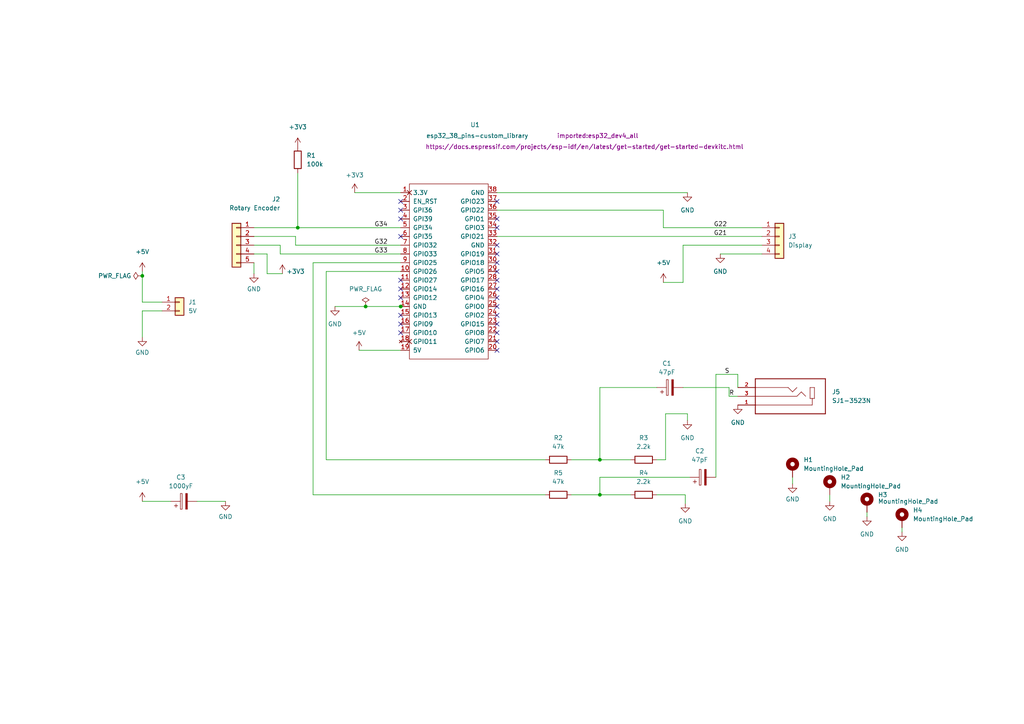
<source format=kicad_sch>
(kicad_sch (version 20211123) (generator eeschema)
  (paper "A4")
  (lib_symbols
    (symbol "Connector_Generic:Conn_01x02" (pin_names (offset 1.016) hide)
      (property "Reference" "J" (at 0 2.54 0))
      (property "Value" "Conn_01x02" (at 0 -5.08 0))
      (symbol "Conn_01x02_1_1"
        (rectangle (start -1.27 -2.413) (end 0 -2.667) (stroke (width 0.1524)))
        (rectangle (start -1.27 0.127) (end 0 -0.127) (stroke (width 0.1524)))
        (rectangle (start -1.27 1.27) (end 1.27 -3.81) (stroke (width 0.254)) (fill (type background)))
        (pin passive line (at -5.08 0 0) (length 3.81) (name "Pin_1") (number "1"))
        (pin passive line (at -5.08 -2.54 0) (length 3.81) (name "Pin_2") (number "2"))
      )
    )
    (symbol "Connector_Generic:Conn_01x04" (pin_names (offset 1.016) hide)
      (property "Reference" "J" (at 0 5.08 0))
      (property "Value" "Conn_01x04" (at 0 -7.62 0))
      (symbol "Conn_01x04_1_1"
        (rectangle (start -1.27 -4.953) (end 0 -5.207) (stroke (width 0.1524)))
        (rectangle (start -1.27 -2.413) (end 0 -2.667) (stroke (width 0.1524)))
        (rectangle (start -1.27 0.127) (end 0 -0.127) (stroke (width 0.1524)))
        (rectangle (start -1.27 2.667) (end 0 2.413) (stroke (width 0.1524)))
        (rectangle (start -1.27 3.81) (end 1.27 -6.35) (stroke (width 0.254)) (fill (type background)))
        (pin passive line (at -5.08 2.54 0) (length 3.81) (name "Pin_1") (number "1"))
        (pin passive line (at -5.08 0 0) (length 3.81) (name "Pin_2") (number "2"))
        (pin passive line (at -5.08 -2.54 0) (length 3.81) (name "Pin_3") (number "3"))
        (pin passive line (at -5.08 -5.08 0) (length 3.81) (name "Pin_4") (number "4"))
      )
    )
    (symbol "Connector_Generic:Conn_01x05" (pin_names (offset 1.016) hide)
      (property "Reference" "J" (at 0 7.62 0))
      (property "Value" "Conn_01x05" (at 0 -7.62 0))
      (symbol "Conn_01x05_1_1"
        (rectangle (start -1.27 -4.953) (end 0 -5.207) (stroke (width 0.1524)))
        (rectangle (start -1.27 -2.413) (end 0 -2.667) (stroke (width 0.1524)))
        (rectangle (start -1.27 0.127) (end 0 -0.127) (stroke (width 0.1524)))
        (rectangle (start -1.27 2.667) (end 0 2.413) (stroke (width 0.1524)))
        (rectangle (start -1.27 5.207) (end 0 4.953) (stroke (width 0.1524)))
        (rectangle (start -1.27 6.35) (end 1.27 -6.35) (stroke (width 0.254)) (fill (type background)))
        (pin passive line (at -5.08 5.08 0) (length 3.81) (name "Pin_1") (number "1"))
        (pin passive line (at -5.08 2.54 0) (length 3.81) (name "Pin_2") (number "2"))
        (pin passive line (at -5.08 0 0) (length 3.81) (name "Pin_3") (number "3"))
        (pin passive line (at -5.08 -2.54 0) (length 3.81) (name "Pin_4") (number "4"))
        (pin passive line (at -5.08 -5.08 0) (length 3.81) (name "Pin_5") (number "5"))
      )
    )
    (symbol "Device:C_Polarized" (pin_numbers hide) (pin_names (offset 0.254))
      (property "Reference" "C" (at 0.635 2.54 0))
      (property "Value" "C_Polarized" (at 0.635 -2.54 0))
      (symbol "C_Polarized_0_1"
        (rectangle (start -2.286 0.508) (end 2.286 1.016))
        (polyline (pts (xy -1.778 2.286) (xy -0.762 2.286)))
        (polyline (pts (xy -1.27 2.794) (xy -1.27 1.778)))
        (rectangle (start 2.286 -0.508) (end -2.286 -1.016) (fill (type outline)))
      )
      (symbol "C_Polarized_1_1"
        (pin passive line (at 0 3.81 270) (length 2.794) (name "~") (number "1"))
        (pin passive line (at 0 -3.81 90) (length 2.794) (name "~") (number "2"))
      )
    )
    (symbol "Device:R" (pin_numbers hide) (pin_names (offset 0))
      (property "Reference" "R" (at 2.032 0 90))
      (property "Value" "R" (at 0 0 90))
      (symbol "R_0_1"
        (rectangle (start -1.016 -2.54) (end 1.016 2.54) (stroke (width 0.254)))
      )
      (symbol "R_1_1"
        (pin passive line (at 0 3.81 270) (length 1.27) (name "~") (number "1"))
        (pin passive line (at 0 -3.81 90) (length 1.27) (name "~") (number "2"))
      )
    )
    (symbol "Mechanical:MountingHole_Pad" (pin_numbers hide) (pin_names (offset 1.016) hide)
      (property "Reference" "H" (at 0 6.35 0))
      (property "Value" "MountingHole_Pad" (at 0 4.445 0))
      (symbol "MountingHole_Pad_0_1"
        (circle (center 0 1.27) (radius 1.27) (stroke (width 1.27)))
      )
      (symbol "MountingHole_Pad_1_1"
        (pin input line (at 0 -2.54 90) (length 2.54) (name "1") (number "1"))
      )
    )
    (symbol "imported:SJ1-3523N" (pin_names (offset 1.016) hide)
      (property "Reference" "J" (at -10.16 7.62 0))
      (property "Value" "SJ1-3523N" (at -10.16 -10.16 0))
      (symbol "SJ1-3523N_0_0"
        (polyline (pts (xy -10.16 -5.08) (xy 10.16 -5.08)) (stroke (width 0.254)))
        (polyline (pts (xy -10.16 5.08) (xy -10.16 -5.08)) (stroke (width 0.254)))
        (polyline (pts (xy -6.985 -2.54) (xy -6.985 0.635)) (stroke (width 0.1524)))
        (polyline (pts (xy -6.985 0.635) (xy -6.35 0.635)) (stroke (width 0.1524)))
        (polyline (pts (xy -6.35 0.635) (xy -5.715 0.635)) (stroke (width 0.1524)))
        (polyline (pts (xy -6.35 2.54) (xy -6.35 0.635)) (stroke (width 0.1524)))
        (polyline (pts (xy -5.715 -2.54) (xy -6.985 -2.54)) (stroke (width 0.1524)))
        (polyline (pts (xy -5.715 0.635) (xy -5.715 -2.54)) (stroke (width 0.1524)))
        (polyline (pts (xy -3.175 -1.27) (xy -4.445 0)) (stroke (width 0.1524)))
        (polyline (pts (xy -1.905 0) (xy -3.175 -1.27)) (stroke (width 0.1524)))
        (polyline (pts (xy -0.635 -1.27) (xy -1.905 -2.54)) (stroke (width 0.1524)))
        (polyline (pts (xy 0.635 -2.54) (xy -0.635 -1.27)) (stroke (width 0.1524)))
        (polyline (pts (xy 10.16 -5.08) (xy 10.16 -2.54)) (stroke (width 0.254)))
        (polyline (pts (xy 10.16 -2.54) (xy 0.635 -2.54)) (stroke (width 0.1524)))
        (polyline (pts (xy 10.16 -2.54) (xy 10.16 0)) (stroke (width 0.254)))
        (polyline (pts (xy 10.16 0) (xy -1.905 0)) (stroke (width 0.1524)))
        (polyline (pts (xy 10.16 0) (xy 10.16 2.54)) (stroke (width 0.254)))
        (polyline (pts (xy 10.16 2.54) (xy -6.35 2.54)) (stroke (width 0.1524)))
        (polyline (pts (xy 10.16 2.54) (xy 10.16 5.08)) (stroke (width 0.254)))
        (polyline (pts (xy 10.16 5.08) (xy -10.16 5.08)) (stroke (width 0.254)))
        (pin passive line (at 15.24 2.54 180) (length 5.08) (name "~") (number "1"))
        (pin passive line (at 15.24 -2.54 180) (length 5.08) (name "~") (number "2"))
        (pin passive line (at 15.24 0 180) (length 5.08) (name "~") (number "3"))
      )
    )
    (symbol "imported:esp32_38_pins-custom_library" (pin_names (offset 1.016))
      (property "Reference" "U" (at -1.27 8.89 0))
      (property "Value" "esp32_38_pins-custom_library" (at 12.7 -44.45 0))
      (property "Footprint" "esp32_lora_v2:esp32_devkitv4_38pin" (at 10.16 -45.72 0))
      (property "Datasheet" "https://docs.espressif.com/projects/esp-idf/en/latest/get-started/get-started-devkitc.html" (at 0 0 0))
      (symbol "esp32_38_pins-custom_library_0_1"
        (rectangle (start -2.54 7.62) (end 20.32 -43.18))
      )
      (symbol "esp32_38_pins-custom_library_1_1"
        (pin power_out non_logic (at -5.08 5.08 0) (length 2.54) (name "3.3V") (number "1"))
        (pin bidirectional line (at -5.08 -17.78 0) (length 2.54) (name "GPIO26") (number "10"))
        (pin bidirectional line (at -5.08 -20.32 0) (length 2.54) (name "GPIO27") (number "11"))
        (pin bidirectional line (at -5.08 -22.86 0) (length 2.54) (name "GPIO14") (number "12"))
        (pin bidirectional line (at -5.08 -25.4 0) (length 2.54) (name "GPIO12") (number "13"))
        (pin power_in line (at -5.08 -27.94 0) (length 2.54) (name "GND") (number "14"))
        (pin bidirectional line (at -5.08 -30.48 0) (length 2.54) (name "GPIO13") (number "15"))
        (pin bidirectional line (at -5.08 -33.02 0) (length 2.54) (name "GPIO9") (number "16"))
        (pin bidirectional line (at -5.08 -35.56 0) (length 2.54) (name "GPIO10") (number "17"))
        (pin no_connect non_logic (at -5.08 -38.1 0) (length 2.54) (name "GPIO11") (number "18"))
        (pin power_in line (at -5.08 -40.64 0) (length 2.54) (name "5V") (number "19"))
        (pin bidirectional line (at -5.08 2.54 0) (length 2.54) (name "EN_RST") (number "2"))
        (pin bidirectional line (at 22.86 -40.64 180) (length 2.54) (name "GPIO6") (number "20"))
        (pin bidirectional line (at 22.86 -38.1 180) (length 2.54) (name "GPIO7") (number "21"))
        (pin bidirectional line (at 22.86 -35.56 180) (length 2.54) (name "GPIO8") (number "22"))
        (pin bidirectional line (at 22.86 -33.02 180) (length 2.54) (name "GPIO15") (number "23"))
        (pin bidirectional line (at 22.86 -30.48 180) (length 2.54) (name "GPIO2") (number "24"))
        (pin bidirectional line (at 22.86 -27.94 180) (length 2.54) (name "GPIO0") (number "25"))
        (pin bidirectional line (at 22.86 -25.4 180) (length 2.54) (name "GPIO4") (number "26"))
        (pin bidirectional line (at 22.86 -22.86 180) (length 2.54) (name "GPIO16") (number "27"))
        (pin bidirectional line (at 22.86 -20.32 180) (length 2.54) (name "GPIO17") (number "28"))
        (pin bidirectional line (at 22.86 -17.78 180) (length 2.54) (name "GPIO5") (number "29"))
        (pin input line (at -5.08 0 0) (length 2.54) (name "GPI36") (number "3"))
        (pin bidirectional line (at 22.86 -15.24 180) (length 2.54) (name "GPIO18") (number "30"))
        (pin bidirectional line (at 22.86 -12.7 180) (length 2.54) (name "GPIO19") (number "31"))
        (pin tri_state line (at 22.86 -10.16 180) (length 2.54) (name "GND") (number "32"))
        (pin bidirectional line (at 22.86 -7.62 180) (length 2.54) (name "GPIO21") (number "33"))
        (pin bidirectional line (at 22.86 -5.08 180) (length 2.54) (name "GPIO3") (number "34"))
        (pin bidirectional line (at 22.86 -2.54 180) (length 2.54) (name "GPIO1") (number "35"))
        (pin bidirectional line (at 22.86 0 180) (length 2.54) (name "GPIO22") (number "36"))
        (pin bidirectional line (at 22.86 2.54 180) (length 2.54) (name "GPIO23") (number "37"))
        (pin passive line (at 22.86 5.08 180) (length 2.54) (name "GND") (number "38"))
        (pin input line (at -5.08 -2.54 0) (length 2.54) (name "GPI39") (number "4"))
        (pin input line (at -5.08 -5.08 0) (length 2.54) (name "GPI34") (number "5"))
        (pin input line (at -5.08 -7.62 0) (length 2.54) (name "GPI35") (number "6"))
        (pin bidirectional line (at -5.08 -10.16 0) (length 2.54) (name "GPIO32") (number "7"))
        (pin bidirectional line (at -5.08 -12.7 0) (length 2.54) (name "GPIO33") (number "8"))
        (pin bidirectional line (at -5.08 -15.24 0) (length 2.54) (name "GPIO25") (number "9"))
      )
    )
    (symbol "power:+3V3" (power) (pin_names (offset 0))
      (property "Value" "+3V3" (at 0 3.556 0))
      (symbol "+3V3_0_1"
        (polyline (pts (xy -0.762 1.27) (xy 0 2.54)))
        (polyline (pts (xy 0 0) (xy 0 2.54)))
        (polyline (pts (xy 0 2.54) (xy 0.762 1.27)))
      )
      (symbol "+3V3_1_1"
        (pin power_in line (at 0 0 90) (length 0) hide (name "+3V3") (number "1"))
      )
    )
    (symbol "power:+5V" (power) (pin_names (offset 0))
      (property "Value" "+5V" (at 0 3.556 0))
      (symbol "+5V_0_1"
        (polyline (pts (xy -0.762 1.27) (xy 0 2.54)))
        (polyline (pts (xy 0 0) (xy 0 2.54)))
        (polyline (pts (xy 0 2.54) (xy 0.762 1.27)))
      )
      (symbol "+5V_1_1"
        (pin power_in line (at 0 0 90) (length 0) hide (name "+5V") (number "1"))
      )
    )
    (symbol "power:GND" (power) (pin_names (offset 0))
      (property "Value" "GND" (at 0 -3.81 0))
      (symbol "GND_0_1"
        (polyline (pts (xy 0 0) (xy 0 -1.27) (xy 1.27 -1.27) (xy 0 -2.54) (xy -1.27 -1.27) (xy 0 -1.27)))
      )
      (symbol "GND_1_1"
        (pin power_in line (at 0 0 270) (length 0) hide (name "GND") (number "1"))
      )
    )
    (symbol "power:PWR_FLAG" (power) (pin_numbers hide) (pin_names (offset 0) hide)
      (property "Value" "PWR_FLAG" (at 0 3.81 0))
      (symbol "PWR_FLAG_0_0"
        (pin power_out line (at 0 0 90) (length 0) (name "pwr") (number "1"))
      )
      (symbol "PWR_FLAG_0_1"
        (polyline (pts (xy 0 0) (xy 0 1.27) (xy -1.016 1.905) (xy 0 2.54) (xy 1.016 1.905) (xy 0 1.27)))
      )
    )
  )
  (junction (at 106.045 88.9))
  (junction (at 173.99 143.51))
  (junction (at 86.36 66.04))
  (junction (at 116.205 88.9))
  (junction (at 173.99 133.35))
  (junction (at 41.275 80.01))
  (no_connect (at 116.205 96.52))
  (no_connect (at 116.205 93.98))
  (no_connect (at 116.205 91.44))
  (no_connect (at 116.205 81.28))
  (no_connect (at 116.205 83.82))
  (no_connect (at 116.205 86.36))
  (no_connect (at 116.205 68.58))
  (no_connect (at 116.205 58.42))
  (no_connect (at 116.205 60.96))
  (no_connect (at 116.205 63.5))
  (no_connect (at 144.145 66.04))
  (no_connect (at 144.145 93.98))
  (no_connect (at 144.145 96.52))
  (no_connect (at 144.145 73.66))
  (no_connect (at 144.145 76.2))
  (no_connect (at 144.145 78.74))
  (no_connect (at 144.145 81.28))
  (no_connect (at 144.145 83.82))
  (no_connect (at 144.145 86.36))
  (no_connect (at 144.145 88.9))
  (no_connect (at 144.145 91.44))
  (no_connect (at 144.145 99.06))
  (no_connect (at 144.145 101.6))
  (no_connect (at 144.145 58.42))
  (no_connect (at 144.145 63.5))
  (no_connect (at 144.145 71.12))
  (wire (pts (xy 94.615 78.74) (xy 116.205 78.74)))
  (wire (pts (xy 46.99 90.17) (xy 41.275 90.17)))
  (wire (pts (xy 213.995 108.585) (xy 207.645 108.585)))
  (wire (pts (xy 85.725 68.58) (xy 73.66 68.58)))
  (wire (pts (xy 73.66 71.12) (xy 81.28 71.12)))
  (wire (pts (xy 106.045 88.9) (xy 116.205 88.9)))
  (wire (pts (xy 190.5 133.35) (xy 193.04 133.35)))
  (wire (pts (xy 199.39 120.015) (xy 199.39 121.92)))
  (wire (pts (xy 116.205 71.12) (xy 85.725 71.12)))
  (wire (pts (xy 41.275 78.74) (xy 41.275 80.01)))
  (wire (pts (xy 207.645 108.585) (xy 207.645 138.43)))
  (wire (pts (xy 211.455 112.395) (xy 211.455 114.935)))
  (wire (pts (xy 220.98 66.04) (xy 192.405 66.04)))
  (wire (pts (xy 81.28 73.66) (xy 81.28 71.12)))
  (wire (pts (xy 173.99 133.35) (xy 182.88 133.35)))
  (wire (pts (xy 144.145 55.88) (xy 199.39 55.88)))
  (wire (pts (xy 190.5 112.395) (xy 173.99 112.395)))
  (wire (pts (xy 192.405 60.96) (xy 192.405 66.04)))
  (wire (pts (xy 173.99 143.51) (xy 182.88 143.51)))
  (wire (pts (xy 193.04 133.35) (xy 193.04 120.015)))
  (wire (pts (xy 77.47 79.375) (xy 81.915 79.375)))
  (wire (pts (xy 193.04 120.015) (xy 199.39 120.015)))
  (wire (pts (xy 198.12 81.915) (xy 192.405 81.915)))
  (wire (pts (xy 198.755 143.51) (xy 198.755 146.05)))
  (wire (pts (xy 165.735 133.35) (xy 173.99 133.35)))
  (wire (pts (xy 41.275 80.01) (xy 41.275 87.63)))
  (wire (pts (xy 73.66 66.04) (xy 86.36 66.04)))
  (wire (pts (xy 85.725 71.12) (xy 85.725 68.58)))
  (wire (pts (xy 116.205 88.9) (xy 116.84 88.9)))
  (wire (pts (xy 97.155 88.9) (xy 106.045 88.9)))
  (wire (pts (xy 73.66 76.2) (xy 73.66 79.375)))
  (wire (pts (xy 213.995 112.395) (xy 213.995 108.585)))
  (wire (pts (xy 173.99 138.43) (xy 200.025 138.43)))
  (wire (pts (xy 94.615 133.35) (xy 94.615 78.74)))
  (wire (pts (xy 90.805 76.2) (xy 116.205 76.2)))
  (wire (pts (xy 104.14 101.6) (xy 116.205 101.6)))
  (wire (pts (xy 86.36 66.04) (xy 116.205 66.04)))
  (wire (pts (xy 144.145 68.58) (xy 220.98 68.58)))
  (wire (pts (xy 86.36 50.165) (xy 86.36 66.04)))
  (wire (pts (xy 208.915 73.66) (xy 220.98 73.66)))
  (wire (pts (xy 90.805 76.2) (xy 90.805 143.51)))
  (wire (pts (xy 165.735 143.51) (xy 173.99 143.51)))
  (wire (pts (xy 240.665 143.51) (xy 240.665 145.415)))
  (wire (pts (xy 190.5 143.51) (xy 198.755 143.51)))
  (wire (pts (xy 41.275 90.17) (xy 41.275 97.79)))
  (wire (pts (xy 41.275 145.415) (xy 49.53 145.415)))
  (wire (pts (xy 198.12 112.395) (xy 211.455 112.395)))
  (wire (pts (xy 211.455 114.935) (xy 213.995 114.935)))
  (wire (pts (xy 116.205 73.66) (xy 81.28 73.66)))
  (wire (pts (xy 102.87 55.88) (xy 116.205 55.88)))
  (wire (pts (xy 261.62 153.035) (xy 261.62 154.305)))
  (wire (pts (xy 220.98 71.12) (xy 198.12 71.12)))
  (wire (pts (xy 229.87 138.43) (xy 229.87 140.335)))
  (wire (pts (xy 57.15 145.415) (xy 65.405 145.415)))
  (wire (pts (xy 251.46 148.59) (xy 251.46 149.86)))
  (wire (pts (xy 73.66 73.66) (xy 77.47 73.66)))
  (wire (pts (xy 77.47 73.66) (xy 77.47 79.375)))
  (wire (pts (xy 198.12 71.12) (xy 198.12 81.915)))
  (wire (pts (xy 41.275 87.63) (xy 46.99 87.63)))
  (wire (pts (xy 158.115 133.35) (xy 94.615 133.35)))
  (wire (pts (xy 173.99 143.51) (xy 173.99 138.43)))
  (wire (pts (xy 173.99 112.395) (xy 173.99 133.35)))
  (wire (pts (xy 144.145 60.96) (xy 192.405 60.96)))
  (wire (pts (xy 90.805 143.51) (xy 158.115 143.51)))
  (label "G33" (at 108.585 73.66 0))
  (label "S" (at 210.185 108.585 0))
  (label "G21" (at 207.01 68.58 0))
  (label "G32" (at 108.585 71.12 0))
  (label "G22" (at 207.01 66.04 0))
  (label "G34" (at 108.585 66.04 0))
  (label "R" (at 211.455 114.935 0))
  (symbol (lib_id "imported:SJ1-3523N") (at 229.235 114.935 180) (unit 1)
    (property "Reference" "J5" (at 241.3 113.6649 0) (effects (justify right)))
    (property "Value" "SJ1-3523N" (at 241.3 116.2049 0) (effects (justify right)))
    (property "Footprint" "CUI_SJ1-3523N" (effects hide))
    (property "MANUFACTURER" "CUI" (effects hide))
    (property "STANDARD" "Manufacturer recommendation" (effects hide))
    (property "PARTREV" "1.02" (effects hide))
  )
  (symbol (lib_id "Device:R") (at 186.69 133.35 90) (unit 1)
    (property "Reference" "R3" (at 186.69 127 90))
    (property "Value" "2.2k" (at 186.69 129.54 90))
    (property "Footprint" "Resistor_THT:R_Axial_DIN0204_L3.6mm_D1.6mm_P7.62mm_Horizontal" (effects hide))
  )
  (symbol (lib_id "power:+5V") (at 41.275 78.74 0) (unit 1)
    (property "Reference" "#PWR0109" (effects hide))
    (property "Value" "+5V" (at 41.275 73.025 0))
  )
  (symbol (lib_id "Device:R") (at 186.69 143.51 90) (unit 1)
    (property "Reference" "R4" (at 186.69 137.16 90))
    (property "Value" "2.2k" (at 186.69 139.7 90))
    (property "Footprint" "Resistor_THT:R_Axial_DIN0204_L3.6mm_D1.6mm_P7.62mm_Horizontal" (effects hide))
  )
  (symbol (lib_id "power:GND") (at 240.665 145.415 0) (unit 1)
    (property "Reference" "#PWR0119" (effects hide))
    (property "Value" "GND" (at 240.665 150.495 0))
  )
  (symbol (lib_id "power:GND") (at 73.66 79.375 0) (unit 1)
    (property "Reference" "#PWR0113" (effects hide))
    (property "Value" "GND" (at 73.66 83.82 0))
  )
  (symbol (lib_id "power:GND") (at 65.405 145.415 0) (unit 1)
    (property "Reference" "#PWR0112" (effects hide))
    (property "Value" "GND" (at 65.405 149.86 0))
  )
  (symbol (lib_id "power:+3V3") (at 102.87 55.88 0) (unit 1)
    (property "Reference" "#PWR0103" (effects hide))
    (property "Value" "+3V3" (at 102.87 50.8 0))
  )
  (symbol (lib_id "power:+3V3") (at 81.915 79.375 0) (unit 1)
    (property "Reference" "#PWR0114" (effects hide))
    (property "Value" "+3V3" (at 85.725 78.74 0))
  )
  (symbol (lib_id "Connector_Generic:Conn_01x04") (at 226.06 68.58 0) (unit 1)
    (property "Reference" "J3" (at 228.6 68.5799 0) (effects (justify left)))
    (property "Value" "Display" (at 228.6 71.1199 0) (effects (justify left)))
    (property "Footprint" "Connector_PinHeader_2.54mm:PinHeader_1x04_P2.54mm_Vertical" (effects hide))
  )
  (symbol (lib_id "power:GND") (at 261.62 154.305 0) (unit 1)
    (property "Reference" "#PWR01" (effects hide))
    (property "Value" "GND" (at 261.62 159.385 0))
  )
  (symbol (lib_id "Connector_Generic:Conn_01x05") (at 68.58 71.12 0) (mirror y) (unit 1)
    (property "Reference" "J2" (at 81.28 57.785 0) (effects (justify left)))
    (property "Value" "Rotary Encoder" (at 81.28 60.325 0) (effects (justify left)))
    (property "Footprint" "Connector_PinHeader_2.54mm:PinHeader_1x05_P2.54mm_Vertical" (effects hide))
  )
  (symbol (lib_id "power:GND") (at 97.155 88.9 0) (unit 1)
    (property "Reference" "#PWR0101" (effects hide))
    (property "Value" "GND" (at 97.155 93.98 0))
  )
  (symbol (lib_id "Mechanical:MountingHole_Pad") (at 261.62 150.495 0) (unit 1)
    (property "Reference" "H4" (at 264.795 147.9549 0) (effects (justify left)))
    (property "Value" "MountingHole_Pad" (at 264.795 150.4949 0) (effects (justify left)))
    (property "Footprint" "MountingHole:MountingHole_3.2mm_M3_DIN965_Pad" (effects hide))
  )
  (symbol (lib_id "Connector_Generic:Conn_01x02") (at 52.07 87.63 0) (unit 1)
    (property "Reference" "J1" (at 54.61 87.6299 0) (effects (justify left)))
    (property "Value" "5V" (at 54.61 90.1699 0) (effects (justify left)))
    (property "Footprint" "Connector_PinHeader_2.54mm:PinHeader_1x02_P2.54mm_Vertical" (effects hide))
  )
  (symbol (lib_id "power:GND") (at 199.39 55.88 0) (unit 1)
    (property "Reference" "#PWR0105" (effects hide))
    (property "Value" "GND" (at 199.39 60.96 0))
  )
  (symbol (lib_id "power:GND") (at 199.39 121.92 0) (unit 1)
    (property "Reference" "#PWR0117" (effects hide))
    (property "Value" "GND" (at 199.39 127 0))
  )
  (symbol (lib_id "power:GND") (at 198.755 146.05 0) (unit 1)
    (property "Reference" "#PWR0116" (effects hide))
    (property "Value" "GND" (at 198.755 151.13 0))
  )
  (symbol (lib_id "Device:C_Polarized") (at 203.835 138.43 90) (unit 1)
    (property "Reference" "C2" (at 202.946 130.81 90))
    (property "Value" "47pF" (at 202.946 133.35 90))
    (property "Footprint" "Capacitor_THT:CP_Radial_D4.0mm_P2.00mm" (effects hide))
  )
  (symbol (lib_id "Mechanical:MountingHole_Pad") (at 251.46 146.05 0) (unit 1)
    (property "Reference" "H3" (at 254.635 143.5099 0) (effects (justify left)))
    (property "Value" "MountingHole_Pad" (at 254.635 145.415 0) (effects (justify left)))
    (property "Footprint" "MountingHole:MountingHole_3.2mm_M3_DIN965_Pad" (effects hide))
  )
  (symbol (lib_id "Device:R") (at 86.36 46.355 0) (unit 1)
    (property "Reference" "R1" (at 88.9 45.0849 0) (effects (justify left)))
    (property "Value" "100k" (at 88.9 47.6249 0) (effects (justify left)))
    (property "Footprint" "Resistor_THT:R_Axial_DIN0204_L3.6mm_D1.6mm_P7.62mm_Horizontal" (effects hide))
  )
  (symbol (lib_id "Mechanical:MountingHole_Pad") (at 240.665 140.97 0) (unit 1)
    (property "Reference" "H2" (at 243.84 138.4299 0) (effects (justify left)))
    (property "Value" "MountingHole_Pad" (at 243.84 140.9699 0) (effects (justify left)))
    (property "Footprint" "MountingHole:MountingHole_3.2mm_M3_DIN965_Pad" (effects hide))
  )
  (symbol (lib_id "power:GND") (at 41.275 97.79 0) (unit 1)
    (property "Reference" "#PWR0110" (effects hide))
    (property "Value" "GND" (at 41.275 102.235 0))
  )
  (symbol (lib_id "power:PWR_FLAG") (at 41.275 80.01 90) (unit 1)
    (property "Reference" "#FLG0102" (effects hide))
    (property "Value" "PWR_FLAG" (at 38.1 80.0099 90) (effects (justify left)))
  )
  (symbol (lib_id "Device:R") (at 161.925 143.51 90) (unit 1)
    (property "Reference" "R5" (at 161.925 137.16 90))
    (property "Value" "47k" (at 161.925 139.7 90))
    (property "Footprint" "Resistor_THT:R_Axial_DIN0204_L3.6mm_D1.6mm_P7.62mm_Horizontal" (effects hide))
  )
  (symbol (lib_id "power:+3V3") (at 86.36 42.545 0) (unit 1)
    (property "Reference" "#PWR0104" (effects hide))
    (property "Value" "+3V3" (at 86.36 36.83 0))
  )
  (symbol (lib_id "power:GND") (at 213.995 117.475 0) (unit 1)
    (property "Reference" "#PWR0115" (effects hide))
    (property "Value" "GND" (at 213.995 122.555 0))
  )
  (symbol (lib_id "power:GND") (at 208.915 73.66 0) (unit 1)
    (property "Reference" "#PWR0107" (effects hide))
    (property "Value" "GND" (at 208.915 78.74 0))
  )
  (symbol (lib_id "power:+5V") (at 104.14 101.6 0) (unit 1)
    (property "Reference" "#PWR0102" (effects hide))
    (property "Value" "+5V" (at 104.14 96.52 0))
  )
  (symbol (lib_id "power:PWR_FLAG") (at 106.045 88.9 0) (unit 1)
    (property "Reference" "#FLG0104" (effects hide))
    (property "Value" "PWR_FLAG" (at 106.045 83.82 0))
  )
  (symbol (lib_id "power:+5V") (at 192.405 81.915 0) (unit 1)
    (property "Reference" "#PWR0106" (effects hide))
    (property "Value" "+5V" (at 192.405 76.2 0))
  )
  (symbol (lib_id "power:GND") (at 251.46 149.86 0) (unit 1)
    (property "Reference" "#PWR0118" (effects hide))
    (property "Value" "GND" (at 251.46 154.94 0))
  )
  (symbol (lib_id "power:GND") (at 229.87 140.335 0) (unit 1)
    (property "Reference" "#PWR0108" (effects hide))
    (property "Value" "GND" (at 229.87 144.78 0))
  )
  (symbol (lib_id "Device:R") (at 161.925 133.35 90) (unit 1)
    (property "Reference" "R2" (at 161.925 127 90))
    (property "Value" "47k" (at 161.925 129.54 90))
    (property "Footprint" "Resistor_THT:R_Axial_DIN0204_L3.6mm_D1.6mm_P7.62mm_Horizontal" (effects hide))
  )
  (symbol (lib_id "power:+5V") (at 41.275 145.415 0) (unit 1)
    (property "Reference" "#PWR0111" (effects hide))
    (property "Value" "+5V" (at 41.275 139.7 0))
  )
  (symbol (lib_id "Device:C_Polarized") (at 194.31 112.395 90) (unit 1)
    (property "Reference" "C1" (at 193.421 105.41 90))
    (property "Value" "47pF" (at 193.421 107.95 90))
    (property "Footprint" "Capacitor_THT:CP_Radial_D4.0mm_P2.00mm" (effects hide))
  )
  (symbol (lib_id "Device:C_Polarized") (at 53.34 145.415 90) (unit 1)
    (property "Reference" "C3" (at 52.451 138.43 90))
    (property "Value" "1000yF" (at 52.451 140.97 90))
    (property "Footprint" "Capacitor_THT:CP_Radial_D4.0mm_P2.00mm" (effects hide))
  )
  (symbol (lib_id "imported:esp32_38_pins-custom_library") (at 121.285 60.96 0) (unit 1)
    (property "Reference" "U1" (at 137.795 36.195 0))
    (property "Value" "esp32_38_pins-custom_library" (at 138.43 39.37 0))
    (property "Footprint" "imported:esp32_dev4_all" (at 173.355 39.37 0))
    (property "Datasheet" "https://docs.espressif.com/projects/esp-idf/en/latest/get-started/get-started-devkitc.html" (at 169.545 42.545 0))
  )
  (symbol (lib_id "Mechanical:MountingHole_Pad") (at 229.87 135.89 0) (unit 1)
    (property "Reference" "H1" (at 233.045 133.3499 0) (effects (justify left)))
    (property "Value" "MountingHole_Pad" (at 233.045 135.8899 0) (effects (justify left)))
    (property "Footprint" "MountingHole:MountingHole_3.2mm_M3_DIN965_Pad" (effects hide))
  )
)
</source>
